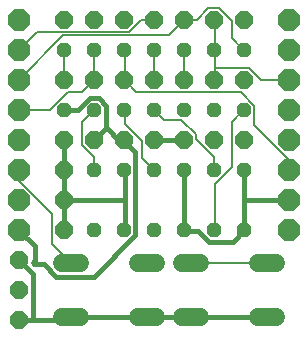
<source format=gtl>
G75*
%MOIN*%
%OFA0B0*%
%FSLAX25Y25*%
%IPPOS*%
%LPD*%
%AMOC8*
5,1,8,0,0,1.08239X$1,22.5*
%
%ADD10OC8,0.07200*%
%ADD11C,0.06000*%
%ADD12OC8,0.04800*%
%ADD13OC8,0.06000*%
%ADD14C,0.01500*%
%ADD15C,0.02700*%
%ADD16C,0.00600*%
D10*
X0006300Y0042700D03*
X0006300Y0052700D03*
X0006300Y0062700D03*
X0006300Y0072700D03*
X0006300Y0082700D03*
X0006300Y0092700D03*
X0006300Y0102700D03*
X0006300Y0112700D03*
X0096300Y0112700D03*
X0096300Y0102700D03*
X0096300Y0092700D03*
X0096300Y0082700D03*
X0096300Y0072700D03*
X0096300Y0062700D03*
X0096300Y0052700D03*
X0096300Y0042700D03*
D11*
X0092100Y0031600D02*
X0086100Y0031600D01*
X0086100Y0013800D02*
X0092100Y0013800D01*
X0066500Y0013800D02*
X0060500Y0013800D01*
X0052100Y0013800D02*
X0046100Y0013800D01*
X0046100Y0031600D02*
X0052100Y0031600D01*
X0060500Y0031600D02*
X0066500Y0031600D01*
X0026500Y0031600D02*
X0020500Y0031600D01*
X0020500Y0013800D02*
X0026500Y0013800D01*
D12*
X0031300Y0042700D03*
X0041300Y0042700D03*
X0051300Y0042700D03*
X0061300Y0042700D03*
X0071300Y0042700D03*
X0081300Y0042700D03*
X0081300Y0062700D03*
X0071300Y0062700D03*
X0061300Y0062700D03*
X0051300Y0062700D03*
X0041300Y0062700D03*
X0031300Y0062700D03*
X0031300Y0082700D03*
X0021300Y0082700D03*
X0021300Y0102700D03*
X0031300Y0102700D03*
X0041300Y0102700D03*
X0051300Y0102700D03*
X0061300Y0102700D03*
X0071300Y0102700D03*
X0081300Y0102700D03*
X0081300Y0082700D03*
X0071300Y0082700D03*
X0061300Y0082700D03*
X0051300Y0082700D03*
X0041300Y0082700D03*
D13*
X0006300Y0012700D03*
X0006300Y0022700D03*
X0006300Y0032700D03*
X0021300Y0042700D03*
X0021300Y0052700D03*
X0021300Y0062700D03*
X0021300Y0072700D03*
X0031300Y0072700D03*
X0041300Y0072700D03*
X0051300Y0072700D03*
X0061300Y0072700D03*
X0071300Y0072700D03*
X0081300Y0072700D03*
X0081300Y0092700D03*
X0071300Y0092700D03*
X0061300Y0092700D03*
X0051300Y0092700D03*
X0041300Y0092700D03*
X0031300Y0092700D03*
X0021300Y0092700D03*
X0021300Y0112700D03*
X0031300Y0112700D03*
X0041300Y0112700D03*
X0051300Y0112700D03*
X0061300Y0112700D03*
X0071300Y0112700D03*
X0081300Y0112700D03*
D14*
X0061300Y0072800D02*
X0061300Y0072700D01*
X0061300Y0072800D02*
X0051400Y0072800D01*
X0051300Y0072700D01*
X0045100Y0068900D02*
X0041300Y0072700D01*
X0041200Y0072800D01*
X0039400Y0072800D01*
X0035800Y0076400D01*
X0035200Y0076700D01*
X0031300Y0072800D01*
X0031300Y0072700D01*
X0035200Y0076700D02*
X0035200Y0084200D01*
X0032800Y0086600D01*
X0029800Y0086600D01*
X0025900Y0082700D01*
X0021300Y0082700D01*
X0021300Y0072700D02*
X0021400Y0072500D01*
X0021400Y0063200D01*
X0021300Y0062700D01*
X0021400Y0062600D01*
X0021400Y0052700D01*
X0021300Y0052700D01*
X0021400Y0052100D01*
X0021400Y0042800D01*
X0021300Y0042700D01*
X0021300Y0052700D02*
X0041500Y0052700D01*
X0041500Y0042800D01*
X0041300Y0042700D01*
X0045100Y0041000D02*
X0045100Y0068900D01*
X0041500Y0062600D02*
X0041300Y0062700D01*
X0041500Y0062600D02*
X0041500Y0052700D01*
X0045100Y0041000D02*
X0031300Y0027200D01*
X0018700Y0027200D01*
X0014500Y0031400D01*
X0012100Y0031400D01*
X0011500Y0031700D01*
X0011500Y0037400D01*
X0006400Y0042500D01*
X0006300Y0042700D01*
X0006300Y0032700D02*
X0010900Y0028100D01*
X0010900Y0012800D01*
X0006400Y0012800D01*
X0006300Y0012700D01*
X0010900Y0012800D02*
X0022600Y0012800D01*
X0023500Y0013700D01*
X0023500Y0013800D01*
X0024100Y0013700D01*
X0048400Y0013700D01*
X0049100Y0013800D01*
X0049300Y0013700D01*
X0063400Y0013700D01*
X0063500Y0013800D01*
X0064000Y0013700D01*
X0088900Y0013700D01*
X0089100Y0013800D01*
X0077500Y0038900D02*
X0081300Y0042700D01*
X0081400Y0042800D01*
X0081400Y0052700D01*
X0096300Y0052700D01*
X0081400Y0052700D02*
X0081400Y0062600D01*
X0081300Y0062700D01*
X0066100Y0042500D02*
X0069700Y0038900D01*
X0077500Y0038900D01*
X0066100Y0042500D02*
X0061900Y0042500D01*
X0061300Y0042700D01*
X0061300Y0062700D01*
D15*
X0011500Y0031700D03*
D16*
X0017200Y0038000D02*
X0023500Y0031700D01*
X0023500Y0031600D01*
X0017200Y0038000D02*
X0017200Y0048200D01*
X0006400Y0059000D01*
X0006400Y0062600D01*
X0006300Y0062700D01*
X0006300Y0082700D02*
X0016600Y0082700D01*
X0022600Y0088700D01*
X0027400Y0088700D01*
X0031300Y0092600D01*
X0031300Y0092700D01*
X0031300Y0102700D01*
X0021400Y0102500D02*
X0021400Y0092900D01*
X0021300Y0092700D01*
X0021400Y0102500D02*
X0021300Y0102700D01*
X0021100Y0107600D02*
X0056200Y0107600D01*
X0061300Y0112700D01*
X0065500Y0112700D01*
X0069400Y0116600D01*
X0073000Y0116600D01*
X0077200Y0112400D01*
X0077200Y0106700D01*
X0081100Y0102800D01*
X0081300Y0102700D01*
X0082900Y0096800D02*
X0071500Y0096800D01*
X0071500Y0102500D01*
X0071300Y0102700D01*
X0071500Y0102800D01*
X0071500Y0112700D01*
X0071300Y0112700D01*
X0061300Y0102700D02*
X0061300Y0092700D01*
X0051400Y0092900D02*
X0051300Y0092700D01*
X0051400Y0092900D02*
X0051400Y0102500D01*
X0051300Y0102700D01*
X0051300Y0112700D02*
X0046900Y0112700D01*
X0043000Y0108800D01*
X0012400Y0108800D01*
X0006300Y0102700D01*
X0006400Y0092900D02*
X0006300Y0092700D01*
X0006400Y0092900D02*
X0021100Y0107600D01*
X0031300Y0082700D02*
X0027400Y0078800D01*
X0027400Y0071000D01*
X0031300Y0067100D01*
X0031300Y0062700D01*
X0041500Y0078200D02*
X0047200Y0072500D01*
X0047200Y0066800D01*
X0051300Y0062700D01*
X0041500Y0078200D02*
X0041500Y0082700D01*
X0041300Y0082700D01*
X0045400Y0088700D02*
X0041500Y0092600D01*
X0041300Y0092700D01*
X0041500Y0092900D01*
X0041500Y0102500D01*
X0041300Y0102700D01*
X0045400Y0088700D02*
X0080200Y0088700D01*
X0084700Y0084200D01*
X0084700Y0077900D01*
X0096100Y0066500D01*
X0096100Y0062900D01*
X0096300Y0062700D01*
X0077200Y0078800D02*
X0081100Y0082700D01*
X0081300Y0082700D01*
X0077200Y0078800D02*
X0077200Y0063800D01*
X0071500Y0058100D01*
X0071500Y0042800D01*
X0071300Y0042700D01*
X0063700Y0031700D02*
X0063500Y0031600D01*
X0063700Y0031700D02*
X0088900Y0031700D01*
X0089100Y0031600D01*
X0071300Y0062700D02*
X0071200Y0062900D01*
X0071200Y0067100D01*
X0065200Y0073100D01*
X0065200Y0074600D01*
X0060400Y0079400D01*
X0054700Y0079400D01*
X0051400Y0082700D01*
X0051300Y0082700D01*
X0071300Y0092700D02*
X0071500Y0092900D01*
X0071500Y0096800D01*
X0082900Y0096800D02*
X0086800Y0092900D01*
X0096100Y0092900D01*
X0096300Y0092700D01*
M02*

</source>
